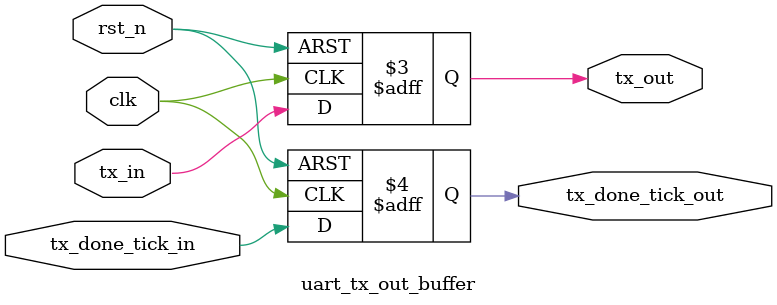
<source format=sv>
module uart_tx_out_buffer (
    input  logic clk,
    input  logic rst_n,
    input  logic tx_in,
    input  logic tx_done_tick_in,
    output logic tx_out,
    output logic tx_done_tick_out
);
    always_ff @(posedge clk or negedge rst_n) begin
        if (!rst_n) begin
            tx_out <= 1'b1; // UART w IDLE musi być w stanie wysokim
            tx_done_tick_out <= 1'b0;
        end else begin
            tx_out <= tx_in;
            tx_done_tick_out <= tx_done_tick_in;
        end
    end
endmodule
</source>
